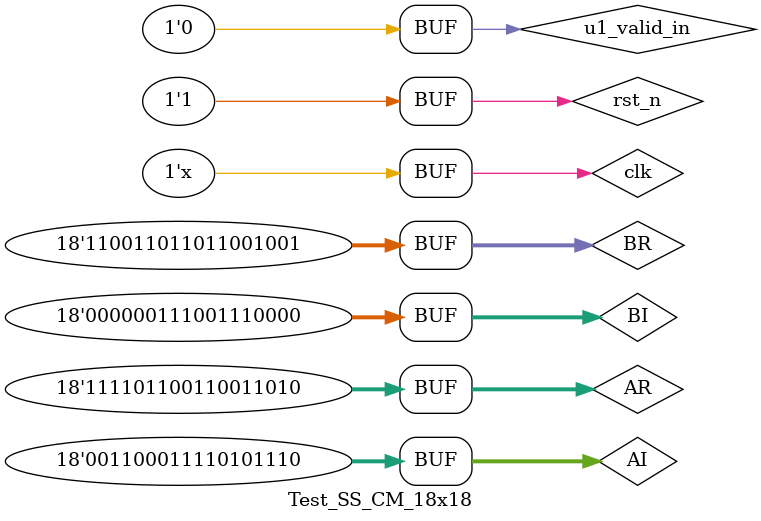
<source format=v>
`timescale 1ns/1ps

module Test_SS_CM_18x18;

    // Inputs
reg signed [17:0] AR;
reg signed [17:0] AI;
reg signed [17:0] BR;
reg signed [17:0] BI;

reg u1_valid_in;

reg clk;
reg rst_n;

// Outputs
wire [47:0] OR;
wire [47:0] OI;
wire u1_valid_out;

// Instantiate the Unit Under Test (UUT)
cplx_mult uut1  (
  .clk(clk) ,
  .rst_n(rst_n),
  .i_u1_valid_in(u1_valid_in),
  .o_u1_valid_out(u1_valid_out),
  .i_s18_AR(AR),  
  .i_s18_AI(AI), 
  .i_s18_BR(BR), 
  .i_s18_BI(BI),
  .o_s48_R(OR),
  .o_s48_I(OI)
);

initial begin
    // Initialize Inputs
    AR = -9830  ; //-0.15000000 
    AI = 51118  ; //+0.78000000 
    BR = -51511 ; //-0.78600000 
    BI = 3696   ; //+0.05640000  
    u1_valid_in = 0;
    clk = 0;
    rst_n = 0;

    // Wait 100 ns for global reset to finish
    #105; // +5 align with the clock
    #10 rst_n = 1;
    #50
    u1_valid_in = 1;
    #20
    u1_valid_in = 0;


    // Test data change back to back

    #300
    AR = -4981;  //  -0.07600403 
    AI = 19661;  //  +0.30000305 
    BR = -3277;  //  -0.05000305 
    BI = 4443 ;  //  +0.06779480 
    u1_valid_in = 1;
    #20
    AR = -9830  ; //-0.15000000 
    AI = 51118  ; //+0.78000000 
    BR = -51511 ; //-0.78600000 
    BI = 3696   ; //+0.05640000  
    #20
    u1_valid_in = 0;
    #20
    
    #100;

end
always #5 clk=~clk;      
endmodule 
</source>
